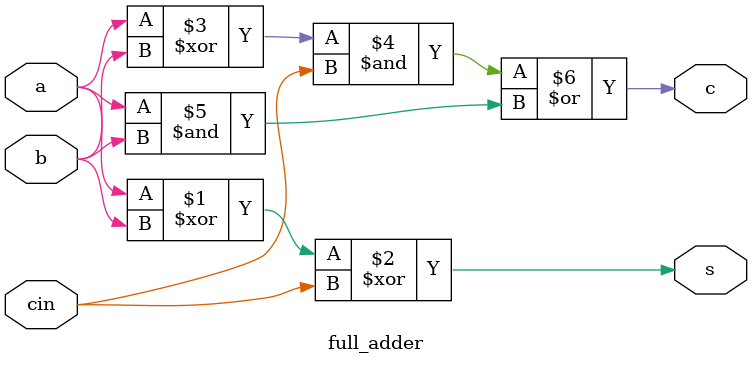
<source format=v>
`timescale 1ns / 1ps

module full_adder(a,b,cin,s,c);
input a,b,cin;
output s,c;
assign s=(a^b^cin);
assign c=((a^b)&cin)|(a&b);	
endmodule


</source>
